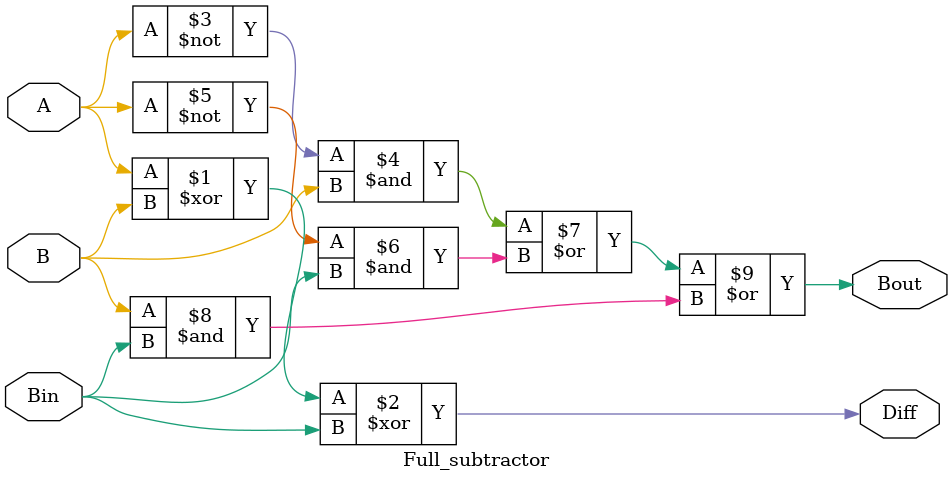
<source format=v>
`timescale 1ns / 1ps

module Full_subtractor(
    input A,
    input B,
    input Bin,
    output Diff,
    output Bout
    );

assign Diff= A^B^Bin;
assign Bout = (~A&B) | (~A&Bin) |(B&Bin);
endmodule

</source>
